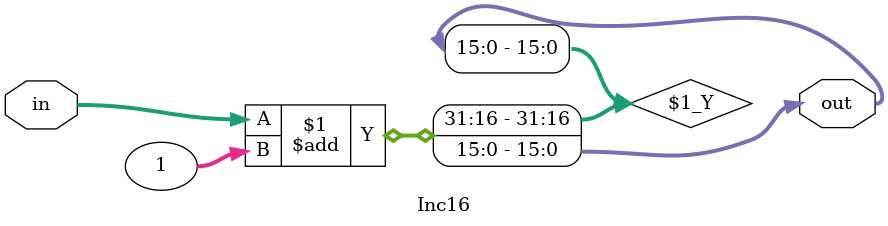
<source format=v>
/**
 * 16-bit incrementer:
 * out = in + 1 (arithmetic addition)
 */

`default_nettype none
module Inc16(
	input [15:0] in,
	output [15:0] out
);

	// Put your code here:
	assign out = in + 1;

endmodule

</source>
